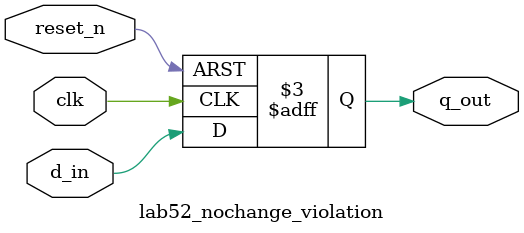
<source format=v>
`timescale 1ns / 1ps


module lab52_nochange_violation(
                          input d_in,
                          input clk, reset_n,
                          output reg q_out
                         
    );

always @(posedge clk or negedge reset_n)
    begin
        if(!reset_n)
            q_out <= 1'b0;
        else
            q_out <= d_in;
    end
endmodule


</source>
